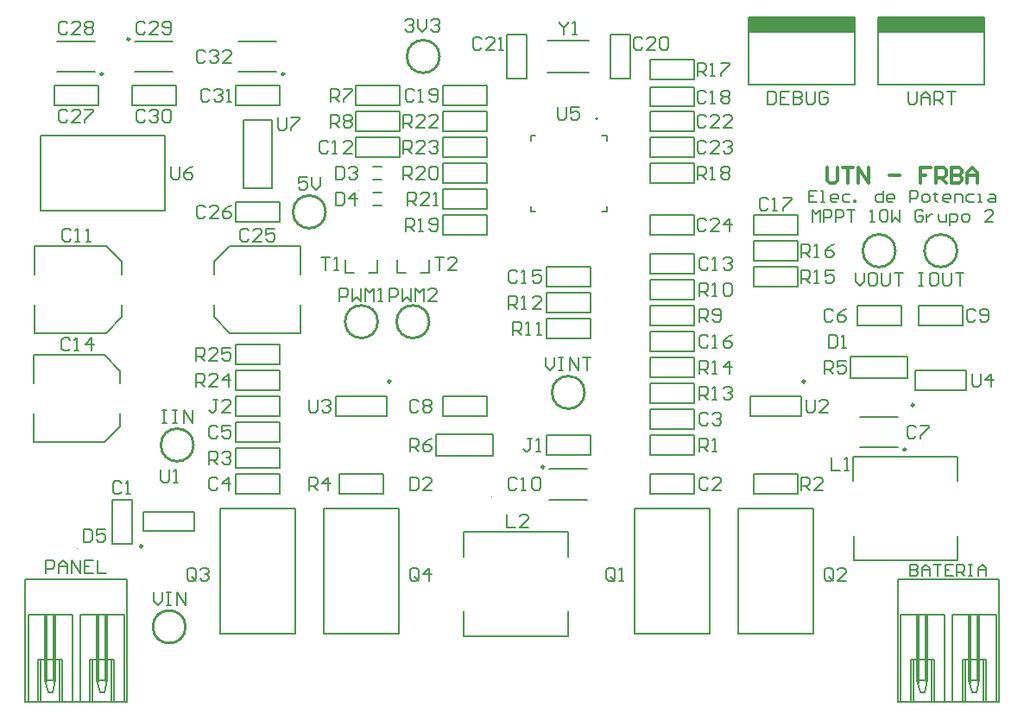
<source format=gto>
G04*
G04 #@! TF.GenerationSoftware,Altium Limited,Altium Designer,21.6.4 (81)*
G04*
G04 Layer_Color=65535*
%FSLAX25Y25*%
%MOIN*%
G70*
G04*
G04 #@! TF.SameCoordinates,2BAE2438-CD35-4855-809F-F1E5AD1C84AA*
G04*
G04*
G04 #@! TF.FilePolarity,Positive*
G04*
G01*
G75*
%ADD10C,0.01000*%
%ADD11C,0.00394*%
%ADD12C,0.00600*%
%ADD13C,0.00984*%
%ADD14C,0.00787*%
%ADD15C,0.00800*%
%ADD16C,0.00500*%
%ADD17C,0.01200*%
%ADD18R,0.21000X0.06000*%
D10*
X151339Y114547D02*
G03*
X151339Y114547I-492J0D01*
G01*
X370061Y165000D02*
G03*
X370061Y165000I-6299J0D01*
G01*
X166299Y137606D02*
G03*
X166299Y137606I-6299J0D01*
G01*
X146405Y137606D02*
G03*
X146405Y137606I-6299J0D01*
G01*
X75297Y90000D02*
G03*
X75297Y90000I-6299J0D01*
G01*
X170299Y240000D02*
G03*
X170299Y240000I-6299J0D01*
G01*
X126299Y180000D02*
G03*
X126299Y180000I-6299J0D01*
G01*
X72203Y19775D02*
G03*
X72203Y19775I-6299J0D01*
G01*
X226299Y110297D02*
G03*
X226299Y110297I-6299J0D01*
G01*
X346299Y165000D02*
G03*
X346299Y165000I-6299J0D01*
G01*
X353408Y105453D02*
G03*
X353408Y105453I-492J0D01*
G01*
X55550Y50882D02*
G03*
X55550Y50882I-492J0D01*
G01*
X311339Y114547D02*
G03*
X311339Y114547I-492J0D01*
G01*
D11*
X350433Y125030D02*
G03*
X350433Y125030I-197J0D01*
G01*
X139326Y198394D02*
G03*
X139326Y198394I-197J0D01*
G01*
Y188394D02*
G03*
X139326Y188394I-197J0D01*
G01*
X30433Y49980D02*
G03*
X30433Y49980I-197J0D01*
G01*
X190433Y69980D02*
G03*
X190433Y69980I-197J0D01*
G01*
D12*
X231227Y215866D02*
G03*
X231227Y215866I-300J0D01*
G01*
X234750Y207537D02*
Y209450D01*
X232837Y180150D02*
X234750D01*
X205450D02*
Y182063D01*
Y209450D02*
X207363D01*
X232837D02*
X234750D01*
Y180150D02*
Y182063D01*
X205450Y180150D02*
X207363D01*
X205450Y207537D02*
Y209450D01*
D13*
X350335Y88307D02*
G03*
X350335Y88307I-492J0D01*
G01*
X110335Y233307D02*
G03*
X110335Y233307I-492J0D01*
G01*
X40335D02*
G03*
X40335Y233307I-492J0D01*
G01*
X50650Y246693D02*
G03*
X50650Y246693I-492J0D01*
G01*
X210650Y81536D02*
G03*
X210650Y81536I-492J0D01*
G01*
D14*
X130157Y108740D02*
X149843D01*
X130157Y101260D02*
X149843D01*
Y108740D01*
X130157Y101260D02*
Y108740D01*
X251500Y238800D02*
X268500D01*
X251500Y231200D02*
X268500D01*
X251500D02*
Y238800D01*
X268500Y231200D02*
Y238800D01*
X43920Y51929D02*
X51520D01*
X43920Y68929D02*
X51520D01*
X43920Y51929D02*
Y68929D01*
X51520Y51929D02*
Y68929D01*
X347097Y-9173D02*
X386310D01*
X347097Y38071D02*
X386310D01*
X347097Y-9173D02*
Y38071D01*
X352097Y7165D02*
X361310D01*
X360326Y-9173D02*
Y7165D01*
X353082Y-9173D02*
Y7165D01*
X352097Y-9173D02*
Y7165D01*
X361310Y-9173D02*
Y7165D01*
X348223Y-9173D02*
Y24488D01*
X365184Y-9173D02*
Y24488D01*
X355916Y-5630D02*
X357491D01*
X358317Y-1723D02*
X358374Y-1951D01*
X358199Y-1292D02*
X358317Y-1723D01*
X358074Y-894D02*
X358199Y-1292D01*
X358009Y-709D02*
X358074Y-894D01*
X355333D02*
X355398Y-709D01*
X355208Y-1292D02*
X355333Y-894D01*
X355090Y-1723D02*
X355208Y-1292D01*
X355033Y-1951D02*
X355090Y-1723D01*
X355033Y-1951D02*
X355090Y-1723D01*
X355208Y-1292D01*
X355333Y-894D01*
X355398Y-709D01*
X358009D01*
Y24488D01*
X357491Y-5630D02*
X358672Y-709D01*
Y24488D01*
X354735Y-709D02*
X355916Y-5630D01*
X354735Y-709D02*
Y24488D01*
X355398Y-709D02*
Y24488D01*
X348223D02*
X365184D01*
X368223D02*
X385184D01*
X375398Y-709D02*
Y24488D01*
X374735Y-709D02*
Y24488D01*
Y-709D02*
X375916Y-5630D01*
X375398Y-709D02*
X378010D01*
X375333Y-894D02*
X375398Y-709D01*
X375208Y-1292D02*
X375333Y-894D01*
X375090Y-1723D02*
X375208Y-1292D01*
X375033Y-1951D02*
X375090Y-1723D01*
X375033Y-1951D02*
X375090Y-1723D01*
X375208Y-1292D01*
X375333Y-894D01*
X375398Y-709D01*
X375916Y-5630D02*
X377491D01*
X368223Y-9173D02*
Y24488D01*
X372097Y-9173D02*
Y7165D01*
X373082Y-9173D02*
Y7165D01*
X372097D02*
X381310D01*
X380326Y-9173D02*
Y7165D01*
X381310Y-9173D02*
Y7165D01*
X385184Y-9173D02*
Y24488D01*
X378317Y-1723D02*
X378374Y-1951D01*
X378199Y-1292D02*
X378317Y-1723D01*
X378074Y-894D02*
X378199Y-1292D01*
X378009Y-709D02*
X378074Y-894D01*
X378009Y-709D02*
Y24488D01*
X377491Y-5630D02*
X378672Y-709D01*
Y24488D01*
X386310Y-9173D02*
Y38071D01*
X251500Y171200D02*
X268500D01*
X251500Y178800D02*
X268500D01*
Y171200D02*
Y178800D01*
X251500Y171200D02*
Y178800D01*
X291500D02*
X308500D01*
X291500Y171200D02*
X308500D01*
X291500D02*
Y178800D01*
X308500Y171200D02*
Y178800D01*
X291500Y161200D02*
X308500D01*
X291500Y168800D02*
X308500D01*
Y161200D02*
Y168800D01*
X291500Y161200D02*
Y168800D01*
Y158800D02*
X308500D01*
X291500Y151200D02*
X308500D01*
X291500D02*
Y158800D01*
X308500Y151200D02*
Y158800D01*
X339500Y229000D02*
Y255000D01*
Y229000D02*
X360500D01*
X339500Y255000D02*
X360500D01*
X359500Y229000D02*
X380500D01*
Y255000D01*
X359500D02*
X380500D01*
X289500Y229000D02*
Y255000D01*
Y229000D02*
X310500D01*
X289500Y255000D02*
X310500D01*
X309500Y229000D02*
X330500D01*
Y255000D01*
X309500D02*
X330500D01*
X211500Y131200D02*
Y138800D01*
X228500Y131200D02*
Y138800D01*
X211500D02*
X228500D01*
X211500Y131200D02*
X228500D01*
Y141200D02*
Y148800D01*
X211500Y141200D02*
Y148800D01*
Y141200D02*
X228500D01*
X211500Y148800D02*
X228500D01*
X211500Y151200D02*
Y158800D01*
X228500Y151200D02*
Y158800D01*
X211500D02*
X228500D01*
X211500Y151200D02*
X228500D01*
X268500Y126200D02*
Y133800D01*
X251500Y126200D02*
Y133800D01*
Y126200D02*
X268500D01*
X251500Y133800D02*
X268500D01*
Y106200D02*
Y113800D01*
X251500Y106200D02*
Y113800D01*
Y106200D02*
X268500D01*
X251500Y113800D02*
X268500D01*
X251500Y116200D02*
Y123800D01*
X268500Y116200D02*
Y123800D01*
X251500D02*
X268500D01*
X251500Y116200D02*
X268500D01*
X372262Y136200D02*
Y143800D01*
X355262Y136200D02*
Y143800D01*
Y136200D02*
X372262D01*
X355262Y143800D02*
X372262D01*
X268500Y136200D02*
Y143800D01*
X251500Y136200D02*
Y143800D01*
Y136200D02*
X268500D01*
X251500Y143800D02*
X268500D01*
X137764Y201200D02*
Y208800D01*
X154764Y201200D02*
Y208800D01*
X137764D02*
X154764D01*
X137764Y201200D02*
X154764D01*
X137764Y221200D02*
Y228800D01*
X154764Y221200D02*
Y228800D01*
X137764D02*
X154764D01*
X137764Y221200D02*
X154764D01*
Y211200D02*
Y218800D01*
X137764Y211200D02*
Y218800D01*
Y211200D02*
X154764D01*
X137764Y218800D02*
X154764D01*
X251500Y220700D02*
Y228300D01*
X268500Y220700D02*
Y228300D01*
X251500D02*
X268500D01*
X251500Y220700D02*
X268500D01*
X144492Y197461D02*
X148036D01*
X144492Y192539D02*
X148036D01*
X144492Y187461D02*
X148036D01*
X144492Y182539D02*
X148036D01*
X190900Y85800D02*
Y94200D01*
X169000D02*
X190900D01*
X169000Y85800D02*
X190900D01*
X169000D02*
Y94200D01*
X171500Y101200D02*
X188500D01*
X171500Y108800D02*
X188500D01*
Y101200D02*
Y108800D01*
X171500Y101200D02*
Y108800D01*
X91500Y111200D02*
Y118800D01*
X108500Y111200D02*
Y118800D01*
X91500D02*
X108500D01*
X91500Y111200D02*
X108500D01*
X91500Y121200D02*
Y128800D01*
X108500Y121200D02*
Y128800D01*
X91500D02*
X108500D01*
X91500Y121200D02*
X108500D01*
X171500Y191200D02*
Y198800D01*
X188500Y191200D02*
Y198800D01*
X171500D02*
X188500D01*
X171500Y191200D02*
X188500D01*
X171500Y181200D02*
Y188800D01*
X188500Y181200D02*
Y188800D01*
X171500D02*
X188500D01*
X171500Y181200D02*
X188500D01*
X166102Y156476D02*
Y161594D01*
X162756Y156476D02*
X166102D01*
X153898D02*
Y161594D01*
Y156476D02*
X157244D01*
X146102D02*
Y161594D01*
X142756Y156476D02*
X146102D01*
X133898D02*
Y161594D01*
Y156476D02*
X137244D01*
X171500Y211200D02*
Y218800D01*
X188500Y211200D02*
Y218800D01*
X171500D02*
X188500D01*
X171500Y211200D02*
X188500D01*
X171500Y201200D02*
Y208800D01*
X188500Y201200D02*
Y208800D01*
X171500D02*
X188500D01*
X171500Y201200D02*
X188500D01*
X251500Y191200D02*
Y198800D01*
X268500Y191200D02*
Y198800D01*
X251500D02*
X268500D01*
X251500Y191200D02*
X268500D01*
X171500Y171200D02*
Y178800D01*
X188500Y171200D02*
Y178800D01*
X171500D02*
X188500D01*
X171500Y171200D02*
X188500D01*
Y221200D02*
Y228800D01*
X171500Y221200D02*
Y228800D01*
Y221200D02*
X188500D01*
X171500Y228800D02*
X188500D01*
X251500Y211200D02*
Y218800D01*
X268500Y211200D02*
Y218800D01*
X251500D02*
X268500D01*
X251500Y211200D02*
X268500D01*
X251500Y201200D02*
Y208800D01*
X268500Y201200D02*
Y208800D01*
X251500D02*
X268500D01*
X251500Y201200D02*
X268500D01*
X196200Y248500D02*
X203800D01*
X196200Y231500D02*
X203800D01*
Y248500D01*
X196200Y231500D02*
Y248500D01*
X236200D02*
X243800D01*
X236200Y231500D02*
X243800D01*
Y248500D01*
X236200Y231500D02*
Y248500D01*
X332716Y100906D02*
X347284D01*
X332716Y89095D02*
X347284D01*
X211500Y86200D02*
X228500D01*
X211500Y93800D02*
X228500D01*
Y86200D02*
Y93800D01*
X211500Y86200D02*
Y93800D01*
X353920Y111260D02*
X373605D01*
X353920Y118740D02*
X373605D01*
X353920Y111260D02*
Y118740D01*
X373605Y111260D02*
Y118740D01*
X91500Y183800D02*
X108500D01*
X91500Y176200D02*
X108500D01*
X91500D02*
Y183800D01*
X108500Y176200D02*
Y183800D01*
X92716Y234095D02*
X107283D01*
X92716Y245905D02*
X107283D01*
X91500Y221200D02*
Y228800D01*
X108500Y221200D02*
Y228800D01*
X91500D02*
X108500D01*
X91500Y221200D02*
X108500D01*
X105500Y189015D02*
Y215393D01*
X94500Y189015D02*
X105500D01*
X94500Y215393D02*
X105500D01*
X94500Y215393D02*
X94500Y215393D01*
X94500Y189015D02*
Y215393D01*
X22716Y245905D02*
X37284D01*
X22716Y234095D02*
X37284D01*
X52716D02*
X67283D01*
X52716Y245905D02*
X67283D01*
X51500Y221200D02*
X68500D01*
X51500Y228800D02*
X68500D01*
Y221200D02*
Y228800D01*
X51500Y221200D02*
Y228800D01*
X16175Y180445D02*
X64275D01*
X16175Y209555D02*
X64275D01*
Y180445D02*
Y209555D01*
X16175Y180445D02*
Y209555D01*
X21500Y221200D02*
X38500D01*
X21500Y228800D02*
X38500D01*
Y221200D02*
Y228800D01*
X21500Y221200D02*
Y228800D01*
X91500Y108800D02*
X108500D01*
X91500Y101200D02*
X108500D01*
X91500D02*
Y108800D01*
X108500Y101200D02*
Y108800D01*
X83268Y155807D02*
Y160679D01*
X89321Y166732D01*
X83268Y139321D02*
X89321Y133268D01*
X83268Y139321D02*
Y144193D01*
X89321Y166732D02*
X116732D01*
Y155807D02*
Y166732D01*
Y133268D02*
Y144193D01*
X89321Y133268D02*
X116732D01*
X75746Y56689D02*
Y64169D01*
X56061Y56689D02*
Y64169D01*
X75746D01*
X56061Y56689D02*
X75746D01*
X285445Y17290D02*
X314555D01*
X285445Y65390D02*
X314555D01*
X285445Y17290D02*
Y65390D01*
X314555Y17290D02*
Y65390D01*
X245445Y17290D02*
X274555D01*
X245445Y65390D02*
X274555D01*
X245445Y17290D02*
Y65390D01*
X274555Y17290D02*
Y65390D01*
X125445Y17290D02*
X154555D01*
X125445Y65390D02*
X154555D01*
X125445Y17290D02*
Y65390D01*
X154555Y17290D02*
Y65390D01*
X85445Y17290D02*
X114555D01*
X85445Y65390D02*
X114555D01*
X85445Y17290D02*
Y65390D01*
X114555Y17290D02*
Y65390D01*
X108500Y91200D02*
Y98800D01*
X91500Y91200D02*
Y98800D01*
Y91200D02*
X108500D01*
X91500Y98800D02*
X108500D01*
Y81200D02*
Y88800D01*
X91500Y81200D02*
Y88800D01*
Y81200D02*
X108500D01*
X91500Y88800D02*
X108500D01*
Y71200D02*
Y78800D01*
X91500Y71200D02*
Y78800D01*
Y71200D02*
X108500D01*
X91500Y78800D02*
X108500D01*
X131500Y71200D02*
Y78800D01*
X148500Y71200D02*
Y78800D01*
X131500D02*
X148500D01*
X131500Y71200D02*
X148500D01*
X49606Y-9173D02*
Y38071D01*
X41969Y-709D02*
Y24488D01*
X40787Y-5630D02*
X41969Y-709D01*
X41306D02*
Y24488D01*
Y-709D02*
X41370Y-894D01*
X41495Y-1292D01*
X41614Y-1723D01*
X41670Y-1951D01*
X48481Y-9173D02*
Y24488D01*
X44606Y-9173D02*
Y7165D01*
X43622Y-9173D02*
Y7165D01*
X35394D02*
X44606D01*
X36378Y-9173D02*
Y7165D01*
X35394Y-9173D02*
Y7165D01*
X31519Y-9173D02*
Y24488D01*
X39213Y-5630D02*
X40787D01*
X38629Y-894D02*
X38694Y-709D01*
X38504Y-1292D02*
X38629Y-894D01*
X38386Y-1723D02*
X38504Y-1292D01*
X38330Y-1951D02*
X38386Y-1723D01*
X38330Y-1951D02*
X38386Y-1723D01*
X38504Y-1292D01*
X38629Y-894D01*
X38694Y-709D01*
X41306D01*
X38032D02*
X39213Y-5630D01*
X38032Y-709D02*
Y24488D01*
X38694Y-709D02*
Y24488D01*
X31519D02*
X48481D01*
X11519D02*
X28481D01*
X18694Y-709D02*
Y24488D01*
X18032Y-709D02*
Y24488D01*
Y-709D02*
X19213Y-5630D01*
X21969Y-709D02*
Y24488D01*
X20787Y-5630D02*
X21969Y-709D01*
X21306D02*
Y24488D01*
X18694Y-709D02*
X21306D01*
X18629Y-894D02*
X18694Y-709D01*
X18505Y-1292D02*
X18629Y-894D01*
X18386Y-1723D02*
X18505Y-1292D01*
X18330Y-1951D02*
X18386Y-1723D01*
X18330Y-1951D02*
X18386Y-1723D01*
X18505Y-1292D01*
X18629Y-894D01*
X18694Y-709D01*
X21306D02*
X21371Y-894D01*
X21496Y-1292D01*
X21614Y-1723D01*
X21670Y-1951D01*
X19213Y-5630D02*
X20787D01*
X28481Y-9173D02*
Y24488D01*
X11519Y-9173D02*
Y24488D01*
X24606Y-9173D02*
Y7165D01*
X15394Y-9173D02*
Y7165D01*
X16378Y-9173D02*
Y7165D01*
X23622Y-9173D02*
Y7165D01*
X15394D02*
X24606D01*
X10394Y-9173D02*
Y38071D01*
X49606D01*
X10394Y-9173D02*
X49606D01*
X268500Y86200D02*
Y93800D01*
X251500Y86200D02*
Y93800D01*
Y86200D02*
X268500D01*
X251500Y93800D02*
X268500D01*
X291500Y71200D02*
Y78800D01*
X308500Y71200D02*
Y78800D01*
X291500D02*
X308500D01*
X291500Y71200D02*
X308500D01*
X47067Y97253D02*
Y102125D01*
X41014Y91200D02*
X47067Y97253D01*
X41014Y124665D02*
X47067Y118611D01*
Y113739D02*
Y118611D01*
X13602Y91200D02*
X41014D01*
X13602D02*
Y102125D01*
Y113739D02*
Y124665D01*
X41014D01*
X47526Y139321D02*
Y144193D01*
X41473Y133268D02*
X47526Y139321D01*
X41473Y166732D02*
X47526Y160679D01*
Y155807D02*
Y160679D01*
X14061Y133268D02*
X41473D01*
X14061D02*
Y144193D01*
Y155807D02*
Y166732D01*
X41473D01*
X329000Y115800D02*
Y124200D01*
Y115800D02*
X350900D01*
X329000Y124200D02*
X350900D01*
Y115800D02*
Y124200D01*
X290158Y101260D02*
Y108740D01*
X309842Y101260D02*
Y108740D01*
X290158Y101260D02*
X309842D01*
X290158Y108740D02*
X309842D01*
X331500Y136200D02*
Y143800D01*
X348500Y136200D02*
Y143800D01*
X331500D02*
X348500D01*
X331500Y136200D02*
X348500D01*
X212717Y80749D02*
X227284D01*
X212717Y68938D02*
X227284D01*
X268500Y71200D02*
Y78800D01*
X251500Y71200D02*
Y78800D01*
Y71200D02*
X268500D01*
X251500Y78800D02*
X268500D01*
Y96200D02*
Y103800D01*
X251500Y96200D02*
Y103800D01*
Y96200D02*
X268500D01*
X251500Y103800D02*
X268500D01*
Y156200D02*
Y163800D01*
X251500Y156200D02*
Y163800D01*
Y156200D02*
X268500D01*
X251500Y163800D02*
X268500D01*
X251500Y146200D02*
Y153800D01*
X268500Y146200D02*
Y153800D01*
X251500D02*
X268500D01*
X251500Y146200D02*
X268500D01*
D15*
X219815Y46924D02*
Y56373D01*
X179658Y46924D02*
Y56373D01*
X219815D01*
X179693Y16297D02*
Y25746D01*
X219851Y16297D02*
Y25746D01*
X179693Y16297D02*
X219851D01*
X370216Y76049D02*
Y85497D01*
X330059Y76049D02*
Y85497D01*
X370216D01*
X330095Y45421D02*
Y54870D01*
X370252Y45421D02*
Y54870D01*
X330095Y45421D02*
X370252D01*
X314127Y176300D02*
Y180798D01*
X315626Y179299D01*
X317126Y180798D01*
Y176300D01*
X318625D02*
Y180798D01*
X320875D01*
X321624Y180048D01*
Y178549D01*
X320875Y177799D01*
X318625D01*
X323124Y176300D02*
Y180798D01*
X325373D01*
X326123Y180048D01*
Y178549D01*
X325373Y177799D01*
X323124D01*
X327623Y180798D02*
X330622D01*
X329122D01*
Y176300D01*
X336620D02*
X338119D01*
X337369D01*
Y180798D01*
X336620Y180048D01*
X340368D02*
X341118Y180798D01*
X342618D01*
X343367Y180048D01*
Y177049D01*
X342618Y176300D01*
X341118D01*
X340368Y177049D01*
Y180048D01*
X344867Y180798D02*
Y176300D01*
X346367Y177799D01*
X347866Y176300D01*
Y180798D01*
X356863Y180048D02*
X356113Y180798D01*
X354614D01*
X353864Y180048D01*
Y177049D01*
X354614Y176300D01*
X356113D01*
X356863Y177049D01*
Y178549D01*
X355364D01*
X358363Y179299D02*
Y176300D01*
Y177799D01*
X359112Y178549D01*
X359862Y179299D01*
X360612D01*
X362861D02*
Y177049D01*
X363611Y176300D01*
X365860D01*
Y179299D01*
X367360Y174800D02*
Y179299D01*
X369609D01*
X370359Y178549D01*
Y177049D01*
X369609Y176300D01*
X367360D01*
X372608D02*
X374108D01*
X374857Y177049D01*
Y178549D01*
X374108Y179299D01*
X372608D01*
X371858Y178549D01*
Y177049D01*
X372608Y176300D01*
X383854D02*
X380855D01*
X383854Y179299D01*
Y180048D01*
X383105Y180798D01*
X381605D01*
X380855Y180048D01*
X316001Y188299D02*
X313002D01*
Y183800D01*
X316001D01*
X313002Y186049D02*
X314502D01*
X317501Y183800D02*
X319000D01*
X318250D01*
Y188299D01*
X317501D01*
X323499Y183800D02*
X321999D01*
X321250Y184550D01*
Y186049D01*
X321999Y186799D01*
X323499D01*
X324249Y186049D01*
Y185300D01*
X321250D01*
X328747Y186799D02*
X326498D01*
X325748Y186049D01*
Y184550D01*
X326498Y183800D01*
X328747D01*
X330247D02*
Y184550D01*
X330996D01*
Y183800D01*
X330247D01*
X341493Y188299D02*
Y183800D01*
X339244D01*
X338494Y184550D01*
Y186049D01*
X339244Y186799D01*
X341493D01*
X345242Y183800D02*
X343742D01*
X342993Y184550D01*
Y186049D01*
X343742Y186799D01*
X345242D01*
X345992Y186049D01*
Y185300D01*
X342993D01*
X351990Y183800D02*
Y188299D01*
X354239D01*
X354989Y187549D01*
Y186049D01*
X354239Y185300D01*
X351990D01*
X357238Y183800D02*
X358737D01*
X359487Y184550D01*
Y186049D01*
X358737Y186799D01*
X357238D01*
X356488Y186049D01*
Y184550D01*
X357238Y183800D01*
X361736Y187549D02*
Y186799D01*
X360987D01*
X362486D01*
X361736D01*
Y184550D01*
X362486Y183800D01*
X366985D02*
X365485D01*
X364736Y184550D01*
Y186049D01*
X365485Y186799D01*
X366985D01*
X367735Y186049D01*
Y185300D01*
X364736D01*
X369234Y183800D02*
Y186799D01*
X371483D01*
X372233Y186049D01*
Y183800D01*
X376732Y186799D02*
X374482D01*
X373733Y186049D01*
Y184550D01*
X374482Y183800D01*
X376732D01*
X378231D02*
X379731D01*
X378981D01*
Y186799D01*
X378231D01*
X382730D02*
X384229D01*
X384979Y186049D01*
Y183800D01*
X382730D01*
X381980Y184550D01*
X382730Y185300D01*
X384979D01*
X216668Y253499D02*
Y252666D01*
X218334Y251000D01*
X220000Y252666D01*
Y253499D01*
X218334Y251000D02*
Y248501D01*
X221666D02*
X223332D01*
X222499D01*
Y253499D01*
X221666Y252666D01*
X157072Y253666D02*
X157905Y254499D01*
X159571D01*
X160404Y253666D01*
Y252833D01*
X159571Y252000D01*
X158738D01*
X159571D01*
X160404Y251167D01*
Y250334D01*
X159571Y249501D01*
X157905D01*
X157072Y250334D01*
X162070Y254499D02*
Y251167D01*
X163736Y249501D01*
X165402Y251167D01*
Y254499D01*
X167068Y253666D02*
X167901Y254499D01*
X169568D01*
X170401Y253666D01*
Y252833D01*
X169568Y252000D01*
X168735D01*
X169568D01*
X170401Y251167D01*
Y250334D01*
X169568Y249501D01*
X167901D01*
X167068Y250334D01*
X119167Y193499D02*
X115835D01*
Y191000D01*
X117501Y191833D01*
X118334D01*
X119167Y191000D01*
Y189334D01*
X118334Y188501D01*
X116668D01*
X115835Y189334D01*
X120833Y193499D02*
Y190167D01*
X122499Y188501D01*
X124165Y190167D01*
Y193499D01*
X150836Y145501D02*
Y150499D01*
X153335D01*
X154169Y149666D01*
Y148000D01*
X153335Y147167D01*
X150836D01*
X155835Y150499D02*
Y145501D01*
X157501Y147167D01*
X159167Y145501D01*
Y150499D01*
X160833Y145501D02*
Y150499D01*
X162499Y148833D01*
X164165Y150499D01*
Y145501D01*
X169164D02*
X165831D01*
X169164Y148833D01*
Y149666D01*
X168331Y150499D01*
X166665D01*
X165831Y149666D01*
X131669Y145501D02*
Y150499D01*
X134169D01*
X135002Y149666D01*
Y148000D01*
X134169Y147167D01*
X131669D01*
X136668Y150499D02*
Y145501D01*
X138334Y147167D01*
X140000Y145501D01*
Y150499D01*
X141666Y145501D02*
Y150499D01*
X143332Y148833D01*
X144998Y150499D01*
Y145501D01*
X146665D02*
X148331D01*
X147498D01*
Y150499D01*
X146665Y149666D01*
X355253Y156499D02*
X356919D01*
X356086D01*
Y151501D01*
X355253D01*
X356919D01*
X361917Y156499D02*
X360251D01*
X359418Y155666D01*
Y152334D01*
X360251Y151501D01*
X361917D01*
X362750Y152334D01*
Y155666D01*
X361917Y156499D01*
X364417D02*
Y152334D01*
X365250Y151501D01*
X366916D01*
X367749Y152334D01*
Y156499D01*
X369415D02*
X372747D01*
X371081D01*
Y151501D01*
X211253Y123796D02*
Y120464D01*
X212919Y118798D01*
X214585Y120464D01*
Y123796D01*
X216251D02*
X217917D01*
X217084D01*
Y118798D01*
X216251D01*
X217917D01*
X220416D02*
Y123796D01*
X223749Y118798D01*
Y123796D01*
X225415D02*
X228747D01*
X227081D01*
Y118798D01*
X330836Y156499D02*
Y153167D01*
X332502Y151501D01*
X334169Y153167D01*
Y156499D01*
X338334D02*
X336668D01*
X335835Y155666D01*
Y152334D01*
X336668Y151501D01*
X338334D01*
X339167Y152334D01*
Y155666D01*
X338334Y156499D01*
X340833D02*
Y152334D01*
X341666Y151501D01*
X343332D01*
X344165Y152334D01*
Y156499D01*
X345831D02*
X349164D01*
X347498D01*
Y151501D01*
X59752Y33184D02*
Y29852D01*
X61418Y28186D01*
X63084Y29852D01*
Y33184D01*
X64750D02*
X66417D01*
X65583D01*
Y28186D01*
X64750D01*
X66417D01*
X68916D02*
Y33184D01*
X72248Y28186D01*
Y33184D01*
X63169Y103499D02*
X64835D01*
X64002D01*
Y98501D01*
X63169D01*
X64835D01*
X67334Y103499D02*
X69000D01*
X68167D01*
Y98501D01*
X67334D01*
X69000D01*
X71499D02*
Y103499D01*
X74831Y98501D01*
Y103499D01*
X84666Y107499D02*
X83000D01*
X83833D01*
Y103334D01*
X83000Y102501D01*
X82167D01*
X81334Y103334D01*
X89665Y102501D02*
X86332D01*
X89665Y105833D01*
Y106666D01*
X88831Y107499D01*
X87165D01*
X86332Y106666D01*
X206000Y92499D02*
X204334D01*
X205167D01*
Y88334D01*
X204334Y87501D01*
X203501D01*
X202668Y88334D01*
X207666Y87501D02*
X209332D01*
X208499D01*
Y92499D01*
X207666Y91666D01*
X32835Y57499D02*
Y52501D01*
X35334D01*
X36167Y53334D01*
Y56666D01*
X35334Y57499D01*
X32835D01*
X41165D02*
X37833D01*
Y55000D01*
X39499Y55833D01*
X40332D01*
X41165Y55000D01*
Y53334D01*
X40332Y52501D01*
X38666D01*
X37833Y53334D01*
X107835Y216499D02*
Y212334D01*
X108668Y211501D01*
X110334D01*
X111167Y212334D01*
Y216499D01*
X112833D02*
X116165D01*
Y215666D01*
X112833Y212334D01*
Y211501D01*
X66628Y197499D02*
Y193334D01*
X67461Y192501D01*
X69127D01*
X69960Y193334D01*
Y197499D01*
X74959D02*
X73293Y196666D01*
X71627Y195000D01*
Y193334D01*
X72460Y192501D01*
X74126D01*
X74959Y193334D01*
Y194167D01*
X74126Y195000D01*
X71627D01*
X215835Y220499D02*
Y216334D01*
X216668Y215501D01*
X218334D01*
X219167Y216334D01*
Y220499D01*
X224165D02*
X220833D01*
Y218000D01*
X222499Y218833D01*
X223332D01*
X224165Y218000D01*
Y216334D01*
X223332Y215501D01*
X221666D01*
X220833Y216334D01*
X375835Y117499D02*
Y113334D01*
X376668Y112501D01*
X378334D01*
X379167Y113334D01*
Y117499D01*
X383332Y112501D02*
Y117499D01*
X380833Y115000D01*
X384165D01*
X119835Y107499D02*
Y103334D01*
X120668Y102501D01*
X122334D01*
X123167Y103334D01*
Y107499D01*
X124833Y106666D02*
X125666Y107499D01*
X127332D01*
X128165Y106666D01*
Y105833D01*
X127332Y105000D01*
X126499D01*
X127332D01*
X128165Y104167D01*
Y103334D01*
X127332Y102501D01*
X125666D01*
X124833Y103334D01*
X311835Y107499D02*
Y103334D01*
X312668Y102501D01*
X314334D01*
X315167Y103334D01*
Y107499D01*
X320165Y102501D02*
X316833D01*
X320165Y105833D01*
Y106666D01*
X319332Y107499D01*
X317666D01*
X316833Y106666D01*
X62668Y80499D02*
Y76334D01*
X63501Y75501D01*
X65167D01*
X66000Y76334D01*
Y80499D01*
X67666Y75501D02*
X69332D01*
X68499D01*
Y80499D01*
X67666Y79666D01*
X168575Y162539D02*
X171907D01*
X170241D01*
Y157540D01*
X176906D02*
X173573D01*
X176906Y160872D01*
Y161706D01*
X176072Y162539D01*
X174406D01*
X173573Y161706D01*
X124668Y162499D02*
X128000D01*
X126334D01*
Y157501D01*
X129666D02*
X131332D01*
X130499D01*
Y162499D01*
X129666Y161666D01*
X76336Y122501D02*
Y127499D01*
X78835D01*
X79668Y126666D01*
Y125000D01*
X78835Y124167D01*
X76336D01*
X78002D02*
X79668Y122501D01*
X84666D02*
X81334D01*
X84666Y125833D01*
Y126666D01*
X83833Y127499D01*
X82167D01*
X81334Y126666D01*
X89665Y127499D02*
X86332D01*
Y125000D01*
X87998Y125833D01*
X88831D01*
X89665Y125000D01*
Y123334D01*
X88831Y122501D01*
X87165D01*
X86332Y123334D01*
X76336Y112501D02*
Y117499D01*
X78835D01*
X79668Y116666D01*
Y115000D01*
X78835Y114167D01*
X76336D01*
X78002D02*
X79668Y112501D01*
X84666D02*
X81334D01*
X84666Y115833D01*
Y116666D01*
X83833Y117499D01*
X82167D01*
X81334Y116666D01*
X88831Y112501D02*
Y117499D01*
X86332Y115000D01*
X89665D01*
X156335Y202501D02*
Y207499D01*
X158835D01*
X159668Y206666D01*
Y205000D01*
X158835Y204167D01*
X156335D01*
X158002D02*
X159668Y202501D01*
X164666D02*
X161334D01*
X164666Y205833D01*
Y206666D01*
X163833Y207499D01*
X162167D01*
X161334Y206666D01*
X166332D02*
X167165Y207499D01*
X168831D01*
X169665Y206666D01*
Y205833D01*
X168831Y205000D01*
X167998D01*
X168831D01*
X169665Y204167D01*
Y203334D01*
X168831Y202501D01*
X167165D01*
X166332Y203334D01*
X156335Y212501D02*
Y217499D01*
X158835D01*
X159668Y216666D01*
Y215000D01*
X158835Y214167D01*
X156335D01*
X158002D02*
X159668Y212501D01*
X164666D02*
X161334D01*
X164666Y215833D01*
Y216666D01*
X163833Y217499D01*
X162167D01*
X161334Y216666D01*
X169665Y212501D02*
X166332D01*
X169665Y215833D01*
Y216666D01*
X168831Y217499D01*
X167165D01*
X166332Y216666D01*
X158002Y182501D02*
Y187499D01*
X160501D01*
X161334Y186666D01*
Y185000D01*
X160501Y184167D01*
X158002D01*
X159668D02*
X161334Y182501D01*
X166332D02*
X163000D01*
X166332Y185833D01*
Y186666D01*
X165499Y187499D01*
X163833D01*
X163000Y186666D01*
X167998Y182501D02*
X169665D01*
X168831D01*
Y187499D01*
X167998Y186666D01*
X156335Y192501D02*
Y197499D01*
X158835D01*
X159668Y196666D01*
Y195000D01*
X158835Y194167D01*
X156335D01*
X158002D02*
X159668Y192501D01*
X164666D02*
X161334D01*
X164666Y195833D01*
Y196666D01*
X163833Y197499D01*
X162167D01*
X161334Y196666D01*
X166332D02*
X167165Y197499D01*
X168831D01*
X169665Y196666D01*
Y193334D01*
X168831Y192501D01*
X167165D01*
X166332Y193334D01*
Y196666D01*
X157169Y172501D02*
Y177499D01*
X159668D01*
X160501Y176666D01*
Y175000D01*
X159668Y174167D01*
X157169D01*
X158835D02*
X160501Y172501D01*
X162167D02*
X163833D01*
X163000D01*
Y177499D01*
X162167Y176666D01*
X166332Y173334D02*
X167165Y172501D01*
X168831D01*
X169665Y173334D01*
Y176666D01*
X168831Y177499D01*
X167165D01*
X166332Y176666D01*
Y175833D01*
X167165Y175000D01*
X169665D01*
X269835Y192501D02*
Y197499D01*
X272334D01*
X273167Y196666D01*
Y195000D01*
X272334Y194167D01*
X269835D01*
X271501D02*
X273167Y192501D01*
X274833D02*
X276499D01*
X275666D01*
Y197499D01*
X274833Y196666D01*
X278998D02*
X279831Y197499D01*
X281498D01*
X282331Y196666D01*
Y195833D01*
X281498Y195000D01*
X282331Y194167D01*
Y193334D01*
X281498Y192501D01*
X279831D01*
X278998Y193334D01*
Y194167D01*
X279831Y195000D01*
X278998Y195833D01*
Y196666D01*
X279831Y195000D02*
X281498D01*
X269835Y232501D02*
Y237499D01*
X272334D01*
X273167Y236666D01*
Y235000D01*
X272334Y234167D01*
X269835D01*
X271501D02*
X273167Y232501D01*
X274833D02*
X276499D01*
X275666D01*
Y237499D01*
X274833Y236666D01*
X278998Y237499D02*
X282331D01*
Y236666D01*
X278998Y233334D01*
Y232501D01*
X310018Y162575D02*
Y167574D01*
X312517D01*
X313350Y166741D01*
Y165075D01*
X312517Y164242D01*
X310018D01*
X311684D02*
X313350Y162575D01*
X315016D02*
X316682D01*
X315849D01*
Y167574D01*
X315016Y166741D01*
X322514Y167574D02*
X320848Y166741D01*
X319181Y165075D01*
Y163409D01*
X320015Y162575D01*
X321681D01*
X322514Y163409D01*
Y164242D01*
X321681Y165075D01*
X319181D01*
X310018Y152575D02*
Y157574D01*
X312517D01*
X313350Y156741D01*
Y155075D01*
X312517Y154242D01*
X310018D01*
X311684D02*
X313350Y152575D01*
X315016D02*
X316682D01*
X315849D01*
Y157574D01*
X315016Y156741D01*
X322514Y157574D02*
X319181D01*
Y155075D01*
X320848Y155908D01*
X321681D01*
X322514Y155075D01*
Y153409D01*
X321681Y152575D01*
X320015D01*
X319181Y153409D01*
X270585Y117501D02*
Y122499D01*
X273084D01*
X273917Y121666D01*
Y120000D01*
X273084Y119167D01*
X270585D01*
X272251D02*
X273917Y117501D01*
X275583D02*
X277249D01*
X276416D01*
Y122499D01*
X275583Y121666D01*
X282248Y117501D02*
Y122499D01*
X279748Y120000D01*
X283081D01*
X270585Y107501D02*
Y112499D01*
X273084D01*
X273917Y111666D01*
Y110000D01*
X273084Y109167D01*
X270585D01*
X272251D02*
X273917Y107501D01*
X275583D02*
X277249D01*
X276416D01*
Y112499D01*
X275583Y111666D01*
X279748D02*
X280581Y112499D01*
X282248D01*
X283081Y111666D01*
Y110833D01*
X282248Y110000D01*
X281415D01*
X282248D01*
X283081Y109167D01*
Y108334D01*
X282248Y107501D01*
X280581D01*
X279748Y108334D01*
X196919Y142501D02*
Y147499D01*
X199418D01*
X200251Y146666D01*
Y145000D01*
X199418Y144167D01*
X196919D01*
X198585D02*
X200251Y142501D01*
X201917D02*
X203584D01*
X202750D01*
Y147499D01*
X201917Y146666D01*
X209415Y142501D02*
X206083D01*
X209415Y145833D01*
Y146666D01*
X208582Y147499D01*
X206916D01*
X206083Y146666D01*
X198585Y132501D02*
Y137499D01*
X201084D01*
X201917Y136666D01*
Y135000D01*
X201084Y134167D01*
X198585D01*
X200251D02*
X201917Y132501D01*
X203584D02*
X205250D01*
X204416D01*
Y137499D01*
X203584Y136666D01*
X207749Y132501D02*
X209415D01*
X208582D01*
Y137499D01*
X207749Y136666D01*
X270585Y147501D02*
Y152499D01*
X273084D01*
X273917Y151666D01*
Y150000D01*
X273084Y149167D01*
X270585D01*
X272251D02*
X273917Y147501D01*
X275583D02*
X277249D01*
X276416D01*
Y152499D01*
X275583Y151666D01*
X279748D02*
X280581Y152499D01*
X282248D01*
X283081Y151666D01*
Y148334D01*
X282248Y147501D01*
X280581D01*
X279748Y148334D01*
Y151666D01*
X270585Y137501D02*
Y142499D01*
X273084D01*
X273917Y141666D01*
Y140000D01*
X273084Y139167D01*
X270585D01*
X272251D02*
X273917Y137501D01*
X275583Y138334D02*
X276416Y137501D01*
X278082D01*
X278915Y138334D01*
Y141666D01*
X278082Y142499D01*
X276416D01*
X275583Y141666D01*
Y140833D01*
X276416Y140000D01*
X278915D01*
X128099Y212501D02*
Y217499D01*
X130598D01*
X131431Y216666D01*
Y215000D01*
X130598Y214167D01*
X128099D01*
X129765D02*
X131431Y212501D01*
X133097Y216666D02*
X133930Y217499D01*
X135596D01*
X136429Y216666D01*
Y215833D01*
X135596Y215000D01*
X136429Y214167D01*
Y213334D01*
X135596Y212501D01*
X133930D01*
X133097Y213334D01*
Y214167D01*
X133930Y215000D01*
X133097Y215833D01*
Y216666D01*
X133930Y215000D02*
X135596D01*
X128099Y222501D02*
Y227499D01*
X130598D01*
X131431Y226666D01*
Y225000D01*
X130598Y224167D01*
X128099D01*
X129765D02*
X131431Y222501D01*
X133097Y227499D02*
X136429D01*
Y226666D01*
X133097Y223334D01*
Y222501D01*
X158835Y87501D02*
Y92499D01*
X161334D01*
X162167Y91666D01*
Y90000D01*
X161334Y89167D01*
X158835D01*
X160501D02*
X162167Y87501D01*
X167165Y92499D02*
X165499Y91666D01*
X163833Y90000D01*
Y88334D01*
X164666Y87501D01*
X166332D01*
X167165Y88334D01*
Y89167D01*
X166332Y90000D01*
X163833D01*
X318835Y117501D02*
Y122499D01*
X321334D01*
X322167Y121666D01*
Y120000D01*
X321334Y119167D01*
X318835D01*
X320501D02*
X322167Y117501D01*
X327165Y122499D02*
X323833D01*
Y120000D01*
X325499Y120833D01*
X326332D01*
X327165Y120000D01*
Y118334D01*
X326332Y117501D01*
X324666D01*
X323833Y118334D01*
X119835Y72501D02*
Y77499D01*
X122334D01*
X123167Y76666D01*
Y75000D01*
X122334Y74167D01*
X119835D01*
X121501D02*
X123167Y72501D01*
X127332D02*
Y77499D01*
X124833Y75000D01*
X128165D01*
X81334Y82501D02*
Y87499D01*
X83833D01*
X84666Y86666D01*
Y85000D01*
X83833Y84167D01*
X81334D01*
X83000D02*
X84666Y82501D01*
X86332Y86666D02*
X87165Y87499D01*
X88831D01*
X89665Y86666D01*
Y85833D01*
X88831Y85000D01*
X87998D01*
X88831D01*
X89665Y84167D01*
Y83334D01*
X88831Y82501D01*
X87165D01*
X86332Y83334D01*
X309835Y72501D02*
Y77499D01*
X312334D01*
X313167Y76666D01*
Y75000D01*
X312334Y74167D01*
X309835D01*
X311501D02*
X313167Y72501D01*
X318165D02*
X314833D01*
X318165Y75833D01*
Y76666D01*
X317332Y77499D01*
X315666D01*
X314833Y76666D01*
X270585Y87501D02*
Y92499D01*
X273084D01*
X273917Y91666D01*
Y90000D01*
X273084Y89167D01*
X270585D01*
X272251D02*
X273917Y87501D01*
X275583D02*
X277249D01*
X276416D01*
Y92499D01*
X275583Y91666D01*
X162167Y38334D02*
Y41666D01*
X161334Y42499D01*
X159668D01*
X158835Y41666D01*
Y38334D01*
X159668Y37501D01*
X161334D01*
X160501Y39167D02*
X162167Y37501D01*
X161334D02*
X162167Y38334D01*
X166332Y37501D02*
Y42499D01*
X163833Y40000D01*
X167165D01*
X76167Y38334D02*
Y41666D01*
X75334Y42499D01*
X73668D01*
X72835Y41666D01*
Y38334D01*
X73668Y37501D01*
X75334D01*
X74501Y39167D02*
X76167Y37501D01*
X75334D02*
X76167Y38334D01*
X77833Y41666D02*
X78666Y42499D01*
X80332D01*
X81165Y41666D01*
Y40833D01*
X80332Y40000D01*
X79499D01*
X80332D01*
X81165Y39167D01*
Y38334D01*
X80332Y37501D01*
X78666D01*
X77833Y38334D01*
X322167D02*
Y41666D01*
X321334Y42499D01*
X319668D01*
X318835Y41666D01*
Y38334D01*
X319668Y37501D01*
X321334D01*
X320501Y39167D02*
X322167Y37501D01*
X321334D02*
X322167Y38334D01*
X327165Y37501D02*
X323833D01*
X327165Y40833D01*
Y41666D01*
X326332Y42499D01*
X324666D01*
X323833Y41666D01*
X238000Y38334D02*
Y41666D01*
X237167Y42499D01*
X235501D01*
X234668Y41666D01*
Y38334D01*
X235501Y37501D01*
X237167D01*
X236334Y39167D02*
X238000Y37501D01*
X237167D02*
X238000Y38334D01*
X239666Y37501D02*
X241332D01*
X240499D01*
Y42499D01*
X239666Y41666D01*
X196100Y63197D02*
Y58198D01*
X199433D01*
X204431D02*
X201099D01*
X204431Y61531D01*
Y62364D01*
X203598Y63197D01*
X201932D01*
X201099Y62364D01*
X321696Y85276D02*
Y80277D01*
X325029D01*
X326695D02*
X328361D01*
X327528D01*
Y85276D01*
X326695Y84443D01*
X130099Y187499D02*
Y182501D01*
X132598D01*
X133431Y183334D01*
Y186666D01*
X132598Y187499D01*
X130099D01*
X137596Y182501D02*
Y187499D01*
X135097Y185000D01*
X138429D01*
X130125Y197499D02*
Y192501D01*
X132624D01*
X133457Y193334D01*
Y196666D01*
X132624Y197499D01*
X130125D01*
X135123Y196666D02*
X135956Y197499D01*
X137622D01*
X138456Y196666D01*
Y195833D01*
X137622Y195000D01*
X136790D01*
X137622D01*
X138456Y194167D01*
Y193334D01*
X137622Y192501D01*
X135956D01*
X135123Y193334D01*
X158835Y77499D02*
Y72501D01*
X161334D01*
X162167Y73334D01*
Y76666D01*
X161334Y77499D01*
X158835D01*
X167165Y72501D02*
X163833D01*
X167165Y75833D01*
Y76666D01*
X166332Y77499D01*
X164666D01*
X163833Y76666D01*
X320501Y132548D02*
Y127550D01*
X323000D01*
X323833Y128383D01*
Y131715D01*
X323000Y132548D01*
X320501D01*
X325499Y127550D02*
X327165D01*
X326332D01*
Y132548D01*
X325499Y131715D01*
X351239Y226499D02*
Y222334D01*
X352072Y221501D01*
X353738D01*
X354571Y222334D01*
Y226499D01*
X356238Y221501D02*
Y224833D01*
X357904Y226499D01*
X359570Y224833D01*
Y221501D01*
Y224000D01*
X356238D01*
X361236Y221501D02*
Y226499D01*
X363735D01*
X364568Y225666D01*
Y224000D01*
X363735Y223167D01*
X361236D01*
X362902D02*
X364568Y221501D01*
X366234Y226499D02*
X369566D01*
X367900D01*
Y221501D01*
X296884Y226499D02*
Y221501D01*
X299383D01*
X300216Y222334D01*
Y225666D01*
X299383Y226499D01*
X296884D01*
X305215D02*
X301883D01*
Y221501D01*
X305215D01*
X301883Y224000D02*
X303549D01*
X306881Y226499D02*
Y221501D01*
X309380D01*
X310213Y222334D01*
Y223167D01*
X309380Y224000D01*
X306881D01*
X309380D01*
X310213Y224833D01*
Y225666D01*
X309380Y226499D01*
X306881D01*
X311879D02*
Y222334D01*
X312712Y221501D01*
X314378D01*
X315212Y222334D01*
Y226499D01*
X320210Y225666D02*
X319377Y226499D01*
X317711D01*
X316878Y225666D01*
Y222334D01*
X317711Y221501D01*
X319377D01*
X320210Y222334D01*
Y224000D01*
X318544D01*
X352019Y43907D02*
Y39409D01*
X354268D01*
X355018Y40159D01*
Y40908D01*
X354268Y41658D01*
X352019D01*
X354268D01*
X355018Y42408D01*
Y43158D01*
X354268Y43907D01*
X352019D01*
X356517Y39409D02*
Y42408D01*
X358017Y43907D01*
X359516Y42408D01*
Y39409D01*
Y41658D01*
X356517D01*
X361016Y43907D02*
X364015D01*
X362515D01*
Y39409D01*
X368513Y43907D02*
X365514D01*
Y39409D01*
X368513D01*
X365514Y41658D02*
X367014D01*
X370013Y39409D02*
Y43907D01*
X372262D01*
X373012Y43158D01*
Y41658D01*
X372262Y40908D01*
X370013D01*
X371513D02*
X373012Y39409D01*
X374512Y43907D02*
X376011D01*
X375261D01*
Y39409D01*
X374512D01*
X376011D01*
X378260D02*
Y42408D01*
X379760Y43907D01*
X381259Y42408D01*
Y39409D01*
Y41658D01*
X378260D01*
X18337Y40501D02*
Y45499D01*
X20836D01*
X21669Y44666D01*
Y43000D01*
X20836Y42167D01*
X18337D01*
X23336Y40501D02*
Y43833D01*
X25002Y45499D01*
X26668Y43833D01*
Y40501D01*
Y43000D01*
X23336D01*
X28334Y40501D02*
Y45499D01*
X31666Y40501D01*
Y45499D01*
X36665D02*
X33332D01*
Y40501D01*
X36665D01*
X33332Y43000D02*
X34998D01*
X38331Y45499D02*
Y40501D01*
X41663D01*
X79835Y241666D02*
X79002Y242499D01*
X77336D01*
X76502Y241666D01*
Y238334D01*
X77336Y237501D01*
X79002D01*
X79835Y238334D01*
X81501Y241666D02*
X82334Y242499D01*
X84000D01*
X84833Y241666D01*
Y240833D01*
X84000Y240000D01*
X83167D01*
X84000D01*
X84833Y239167D01*
Y238334D01*
X84000Y237501D01*
X82334D01*
X81501Y238334D01*
X89831Y237501D02*
X86499D01*
X89831Y240833D01*
Y241666D01*
X88998Y242499D01*
X87332D01*
X86499Y241666D01*
X81501Y226666D02*
X80668Y227499D01*
X79002D01*
X78169Y226666D01*
Y223334D01*
X79002Y222501D01*
X80668D01*
X81501Y223334D01*
X83167Y226666D02*
X84000Y227499D01*
X85666D01*
X86499Y226666D01*
Y225833D01*
X85666Y225000D01*
X84833D01*
X85666D01*
X86499Y224167D01*
Y223334D01*
X85666Y222501D01*
X84000D01*
X83167Y223334D01*
X88165Y222501D02*
X89831D01*
X88998D01*
Y227499D01*
X88165Y226666D01*
X56668Y218666D02*
X55835Y219499D01*
X54169D01*
X53335Y218666D01*
Y215334D01*
X54169Y214501D01*
X55835D01*
X56668Y215334D01*
X58334Y218666D02*
X59167Y219499D01*
X60833D01*
X61666Y218666D01*
Y217833D01*
X60833Y217000D01*
X60000D01*
X60833D01*
X61666Y216167D01*
Y215334D01*
X60833Y214501D01*
X59167D01*
X58334Y215334D01*
X63332Y218666D02*
X64165Y219499D01*
X65831D01*
X66664Y218666D01*
Y215334D01*
X65831Y214501D01*
X64165D01*
X63332Y215334D01*
Y218666D01*
X56668Y252666D02*
X55835Y253499D01*
X54169D01*
X53335Y252666D01*
Y249334D01*
X54169Y248501D01*
X55835D01*
X56668Y249334D01*
X61666Y248501D02*
X58334D01*
X61666Y251833D01*
Y252666D01*
X60833Y253499D01*
X59167D01*
X58334Y252666D01*
X63332Y249334D02*
X64165Y248501D01*
X65831D01*
X66664Y249334D01*
Y252666D01*
X65831Y253499D01*
X64165D01*
X63332Y252666D01*
Y251833D01*
X64165Y251000D01*
X66664D01*
X26668Y252666D02*
X25835Y253499D01*
X24169D01*
X23336Y252666D01*
Y249334D01*
X24169Y248501D01*
X25835D01*
X26668Y249334D01*
X31666Y248501D02*
X28334D01*
X31666Y251833D01*
Y252666D01*
X30833Y253499D01*
X29167D01*
X28334Y252666D01*
X33332D02*
X34165Y253499D01*
X35831D01*
X36665Y252666D01*
Y251833D01*
X35831Y251000D01*
X36665Y250167D01*
Y249334D01*
X35831Y248501D01*
X34165D01*
X33332Y249334D01*
Y250167D01*
X34165Y251000D01*
X33332Y251833D01*
Y252666D01*
X34165Y251000D02*
X35831D01*
X26668Y218666D02*
X25835Y219499D01*
X24169D01*
X23336Y218666D01*
Y215334D01*
X24169Y214501D01*
X25835D01*
X26668Y215334D01*
X31666Y214501D02*
X28334D01*
X31666Y217833D01*
Y218666D01*
X30833Y219499D01*
X29167D01*
X28334Y218666D01*
X33332Y219499D02*
X36665D01*
Y218666D01*
X33332Y215334D01*
Y214501D01*
X79835Y181666D02*
X79002Y182499D01*
X77336D01*
X76502Y181666D01*
Y178334D01*
X77336Y177501D01*
X79002D01*
X79835Y178334D01*
X84833Y177501D02*
X81501D01*
X84833Y180833D01*
Y181666D01*
X84000Y182499D01*
X82334D01*
X81501Y181666D01*
X89831Y182499D02*
X88165Y181666D01*
X86499Y180000D01*
Y178334D01*
X87332Y177501D01*
X88998D01*
X89831Y178334D01*
Y179167D01*
X88998Y180000D01*
X86499D01*
X96668Y172666D02*
X95835Y173499D01*
X94169D01*
X93335Y172666D01*
Y169334D01*
X94169Y168501D01*
X95835D01*
X96668Y169334D01*
X101666Y168501D02*
X98334D01*
X101666Y171833D01*
Y172666D01*
X100833Y173499D01*
X99167D01*
X98334Y172666D01*
X106665Y173499D02*
X103332D01*
Y171000D01*
X104998Y171833D01*
X105831D01*
X106665Y171000D01*
Y169334D01*
X105831Y168501D01*
X104165D01*
X103332Y169334D01*
X273167Y176666D02*
X272334Y177499D01*
X270668D01*
X269835Y176666D01*
Y173334D01*
X270668Y172501D01*
X272334D01*
X273167Y173334D01*
X278165Y172501D02*
X274833D01*
X278165Y175833D01*
Y176666D01*
X277332Y177499D01*
X275666D01*
X274833Y176666D01*
X282331Y172501D02*
Y177499D01*
X279831Y175000D01*
X283164D01*
X273167Y206666D02*
X272334Y207499D01*
X270668D01*
X269835Y206666D01*
Y203334D01*
X270668Y202501D01*
X272334D01*
X273167Y203334D01*
X278165Y202501D02*
X274833D01*
X278165Y205833D01*
Y206666D01*
X277332Y207499D01*
X275666D01*
X274833Y206666D01*
X279831D02*
X280664Y207499D01*
X282331D01*
X283164Y206666D01*
Y205833D01*
X282331Y205000D01*
X281498D01*
X282331D01*
X283164Y204167D01*
Y203334D01*
X282331Y202501D01*
X280664D01*
X279831Y203334D01*
X273167Y216666D02*
X272334Y217499D01*
X270668D01*
X269835Y216666D01*
Y213334D01*
X270668Y212501D01*
X272334D01*
X273167Y213334D01*
X278165Y212501D02*
X274833D01*
X278165Y215833D01*
Y216666D01*
X277332Y217499D01*
X275666D01*
X274833Y216666D01*
X283164Y212501D02*
X279831D01*
X283164Y215833D01*
Y216666D01*
X282331Y217499D01*
X280664D01*
X279831Y216666D01*
X186501Y246666D02*
X185668Y247499D01*
X184002D01*
X183169Y246666D01*
Y243334D01*
X184002Y242501D01*
X185668D01*
X186501Y243334D01*
X191499Y242501D02*
X188167D01*
X191499Y245833D01*
Y246666D01*
X190666Y247499D01*
X189000D01*
X188167Y246666D01*
X193165Y242501D02*
X194831D01*
X193998D01*
Y247499D01*
X193165Y246666D01*
X248668D02*
X247835Y247499D01*
X246169D01*
X245336Y246666D01*
Y243334D01*
X246169Y242501D01*
X247835D01*
X248668Y243334D01*
X253666Y242501D02*
X250334D01*
X253666Y245833D01*
Y246666D01*
X252833Y247499D01*
X251167D01*
X250334Y246666D01*
X255332D02*
X256165Y247499D01*
X257831D01*
X258664Y246666D01*
Y243334D01*
X257831Y242501D01*
X256165D01*
X255332Y243334D01*
Y246666D01*
X160501Y226666D02*
X159668Y227499D01*
X158002D01*
X157169Y226666D01*
Y223334D01*
X158002Y222501D01*
X159668D01*
X160501Y223334D01*
X162167Y222501D02*
X163833D01*
X163000D01*
Y227499D01*
X162167Y226666D01*
X166332Y223334D02*
X167165Y222501D01*
X168831D01*
X169665Y223334D01*
Y226666D01*
X168831Y227499D01*
X167165D01*
X166332Y226666D01*
Y225833D01*
X167165Y225000D01*
X169665D01*
X273167Y226047D02*
X272334Y226880D01*
X270668D01*
X269835Y226047D01*
Y222715D01*
X270668Y221882D01*
X272334D01*
X273167Y222715D01*
X274833Y221882D02*
X276499D01*
X275666D01*
Y226880D01*
X274833Y226047D01*
X278998D02*
X279831Y226880D01*
X281498D01*
X282331Y226047D01*
Y225214D01*
X281498Y224381D01*
X282331Y223548D01*
Y222715D01*
X281498Y221882D01*
X279831D01*
X278998Y222715D01*
Y223548D01*
X279831Y224381D01*
X278998Y225214D01*
Y226047D01*
X279831Y224381D02*
X281498D01*
X297084Y184666D02*
X296251Y185499D01*
X294585D01*
X293752Y184666D01*
Y181334D01*
X294585Y180501D01*
X296251D01*
X297084Y181334D01*
X298750Y180501D02*
X300416D01*
X299584D01*
Y185499D01*
X298750Y184666D01*
X302916Y185499D02*
X306248D01*
Y184666D01*
X302916Y181334D01*
Y180501D01*
X273917Y131666D02*
X273084Y132499D01*
X271418D01*
X270585Y131666D01*
Y128334D01*
X271418Y127501D01*
X273084D01*
X273917Y128334D01*
X275583Y127501D02*
X277249D01*
X276416D01*
Y132499D01*
X275583Y131666D01*
X283081Y132499D02*
X281415Y131666D01*
X279748Y130000D01*
Y128334D01*
X280581Y127501D01*
X282248D01*
X283081Y128334D01*
Y129167D01*
X282248Y130000D01*
X279748D01*
X200251Y156666D02*
X199418Y157499D01*
X197752D01*
X196919Y156666D01*
Y153334D01*
X197752Y152501D01*
X199418D01*
X200251Y153334D01*
X201917Y152501D02*
X203584D01*
X202750D01*
Y157499D01*
X201917Y156666D01*
X209415Y157499D02*
X206083D01*
Y155000D01*
X207749Y155833D01*
X208582D01*
X209415Y155000D01*
Y153334D01*
X208582Y152501D01*
X206916D01*
X206083Y153334D01*
X27626Y130598D02*
X26792Y131431D01*
X25126D01*
X24293Y130598D01*
Y127266D01*
X25126Y126433D01*
X26792D01*
X27626Y127266D01*
X29292Y126433D02*
X30958D01*
X30125D01*
Y131431D01*
X29292Y130598D01*
X35956Y126433D02*
Y131431D01*
X33457Y128932D01*
X36789D01*
X273917Y161666D02*
X273084Y162499D01*
X271418D01*
X270585Y161666D01*
Y158334D01*
X271418Y157501D01*
X273084D01*
X273917Y158334D01*
X275583Y157501D02*
X277249D01*
X276416D01*
Y162499D01*
X275583Y161666D01*
X279748D02*
X280581Y162499D01*
X282248D01*
X283081Y161666D01*
Y160833D01*
X282248Y160000D01*
X281415D01*
X282248D01*
X283081Y159167D01*
Y158334D01*
X282248Y157501D01*
X280581D01*
X279748Y158334D01*
X127266Y206666D02*
X126433Y207499D01*
X124766D01*
X123933Y206666D01*
Y203334D01*
X124766Y202501D01*
X126433D01*
X127266Y203334D01*
X128932Y202501D02*
X130598D01*
X129765D01*
Y207499D01*
X128932Y206666D01*
X136429Y202501D02*
X133097D01*
X136429Y205833D01*
Y206666D01*
X135596Y207499D01*
X133930D01*
X133097Y206666D01*
X27917Y172666D02*
X27084Y173499D01*
X25418D01*
X24585Y172666D01*
Y169334D01*
X25418Y168501D01*
X27084D01*
X27917Y169334D01*
X29583Y168501D02*
X31250D01*
X30417D01*
Y173499D01*
X29583Y172666D01*
X33749Y168501D02*
X35415D01*
X34582D01*
Y173499D01*
X33749Y172666D01*
X200169Y76666D02*
X199336Y77499D01*
X197669D01*
X196836Y76666D01*
Y73334D01*
X197669Y72501D01*
X199336D01*
X200169Y73334D01*
X201835Y72501D02*
X203501D01*
X202668D01*
Y77499D01*
X201835Y76666D01*
X206000D02*
X206833Y77499D01*
X208499D01*
X209332Y76666D01*
Y73334D01*
X208499Y72501D01*
X206833D01*
X206000Y73334D01*
Y76666D01*
X377167Y141666D02*
X376334Y142499D01*
X374668D01*
X373835Y141666D01*
Y138334D01*
X374668Y137501D01*
X376334D01*
X377167Y138334D01*
X378833D02*
X379666Y137501D01*
X381332D01*
X382165Y138334D01*
Y141666D01*
X381332Y142499D01*
X379666D01*
X378833Y141666D01*
Y140833D01*
X379666Y140000D01*
X382165D01*
X162167Y106666D02*
X161334Y107499D01*
X159668D01*
X158835Y106666D01*
Y103334D01*
X159668Y102501D01*
X161334D01*
X162167Y103334D01*
X163833Y106666D02*
X164666Y107499D01*
X166332D01*
X167165Y106666D01*
Y105833D01*
X166332Y105000D01*
X167165Y104167D01*
Y103334D01*
X166332Y102501D01*
X164666D01*
X163833Y103334D01*
Y104167D01*
X164666Y105000D01*
X163833Y105833D01*
Y106666D01*
X164666Y105000D02*
X166332D01*
X354167Y96666D02*
X353334Y97499D01*
X351668D01*
X350835Y96666D01*
Y93334D01*
X351668Y92501D01*
X353334D01*
X354167Y93334D01*
X355833Y97499D02*
X359165D01*
Y96666D01*
X355833Y93334D01*
Y92501D01*
X322167Y141666D02*
X321334Y142499D01*
X319668D01*
X318835Y141666D01*
Y138334D01*
X319668Y137501D01*
X321334D01*
X322167Y138334D01*
X327165Y142499D02*
X325499Y141666D01*
X323833Y140000D01*
Y138334D01*
X324666Y137501D01*
X326332D01*
X327165Y138334D01*
Y139167D01*
X326332Y140000D01*
X323833D01*
X84666Y96666D02*
X83833Y97499D01*
X82167D01*
X81334Y96666D01*
Y93334D01*
X82167Y92501D01*
X83833D01*
X84666Y93334D01*
X89665Y97499D02*
X86332D01*
Y95000D01*
X87998Y95833D01*
X88831D01*
X89665Y95000D01*
Y93334D01*
X88831Y92501D01*
X87165D01*
X86332Y93334D01*
X84666Y76666D02*
X83833Y77499D01*
X82167D01*
X81334Y76666D01*
Y73334D01*
X82167Y72501D01*
X83833D01*
X84666Y73334D01*
X88831Y72501D02*
Y77499D01*
X86332Y75000D01*
X89665D01*
X273917Y101666D02*
X273084Y102499D01*
X271418D01*
X270585Y101666D01*
Y98334D01*
X271418Y97501D01*
X273084D01*
X273917Y98334D01*
X275583Y101666D02*
X276416Y102499D01*
X278082D01*
X278915Y101666D01*
Y100833D01*
X278082Y100000D01*
X277249D01*
X278082D01*
X278915Y99167D01*
Y98334D01*
X278082Y97501D01*
X276416D01*
X275583Y98334D01*
X273917Y76666D02*
X273084Y77499D01*
X271418D01*
X270585Y76666D01*
Y73334D01*
X271418Y72501D01*
X273084D01*
X273917Y73334D01*
X278915Y72501D02*
X275583D01*
X278915Y75833D01*
Y76666D01*
X278082Y77499D01*
X276416D01*
X275583Y76666D01*
X47537Y75256D02*
X46704Y76089D01*
X45038D01*
X44205Y75256D01*
Y71924D01*
X45038Y71091D01*
X46704D01*
X47537Y71924D01*
X49203Y71091D02*
X50869D01*
X50036D01*
Y76089D01*
X49203Y75256D01*
D16*
X211929Y246299D02*
X228071D01*
X211929Y233702D02*
X228071Y233700D01*
D17*
X320000Y197198D02*
Y192200D01*
X321000Y191200D01*
X322999D01*
X323999Y192200D01*
Y197198D01*
X325998D02*
X329997D01*
X327997D01*
Y191200D01*
X331996D02*
Y197198D01*
X335995Y191200D01*
Y197198D01*
X343992Y194199D02*
X347991D01*
X359987Y197198D02*
X355988D01*
Y194199D01*
X357988D01*
X355988D01*
Y191200D01*
X361986D02*
Y197198D01*
X364985D01*
X365985Y196198D01*
Y194199D01*
X364985Y193199D01*
X361986D01*
X363986D02*
X365985Y191200D01*
X367985Y197198D02*
Y191200D01*
X370984D01*
X371983Y192200D01*
Y193199D01*
X370984Y194199D01*
X367985D01*
X370984D01*
X371983Y195199D01*
Y196198D01*
X370984Y197198D01*
X367985D01*
X373983Y191200D02*
Y195199D01*
X375982Y197198D01*
X377981Y195199D01*
Y191200D01*
Y194199D01*
X373983D01*
D18*
X350000Y252000D02*
D03*
X370000D02*
D03*
X300000D02*
D03*
X320000D02*
D03*
M02*

</source>
